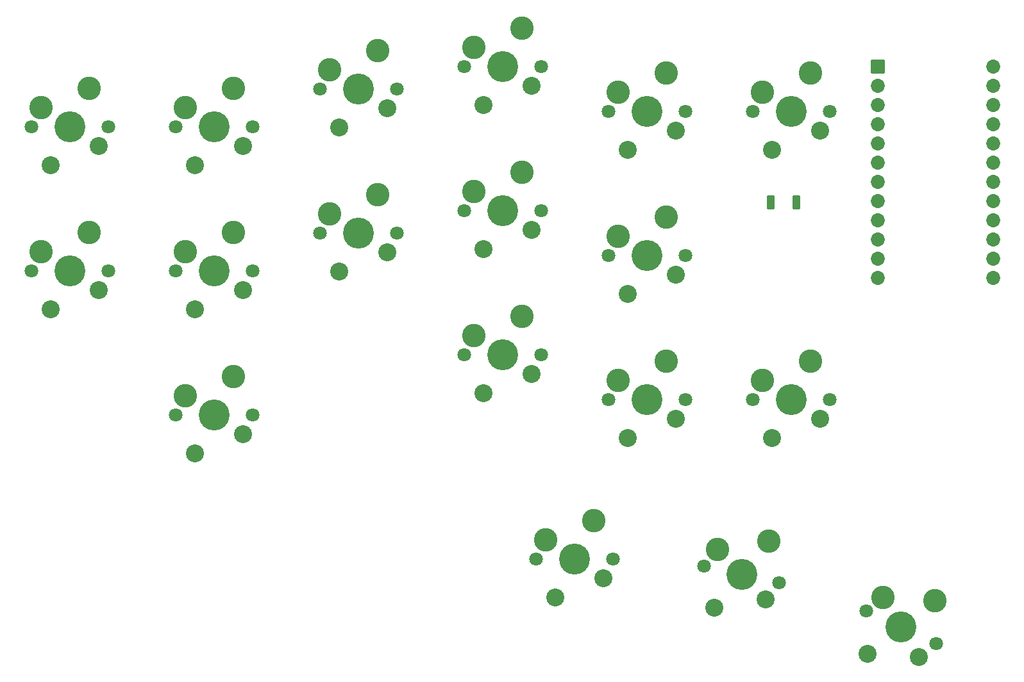
<source format=gbr>
%TF.GenerationSoftware,KiCad,Pcbnew,(6.0.8-1)-1*%
%TF.CreationDate,2023-01-29T19:27:54+03:00*%
%TF.ProjectId,lol,6c6f6c2e-6b69-4636-9164-5f7063625858,v1.0.0*%
%TF.SameCoordinates,Original*%
%TF.FileFunction,Soldermask,Top*%
%TF.FilePolarity,Negative*%
%FSLAX46Y46*%
G04 Gerber Fmt 4.6, Leading zero omitted, Abs format (unit mm)*
G04 Created by KiCad (PCBNEW (6.0.8-1)-1) date 2023-01-29 19:27:54*
%MOMM*%
%LPD*%
G01*
G04 APERTURE LIST*
G04 Aperture macros list*
%AMRoundRect*
0 Rectangle with rounded corners*
0 $1 Rounding radius*
0 $2 $3 $4 $5 $6 $7 $8 $9 X,Y pos of 4 corners*
0 Add a 4 corners polygon primitive as box body*
4,1,4,$2,$3,$4,$5,$6,$7,$8,$9,$2,$3,0*
0 Add four circle primitives for the rounded corners*
1,1,$1+$1,$2,$3*
1,1,$1+$1,$4,$5*
1,1,$1+$1,$6,$7*
1,1,$1+$1,$8,$9*
0 Add four rect primitives between the rounded corners*
20,1,$1+$1,$2,$3,$4,$5,0*
20,1,$1+$1,$4,$5,$6,$7,0*
20,1,$1+$1,$6,$7,$8,$9,0*
20,1,$1+$1,$8,$9,$2,$3,0*%
G04 Aperture macros list end*
%ADD10C,4.087800*%
%ADD11C,1.801800*%
%ADD12C,3.100000*%
%ADD13C,2.386000*%
%ADD14RoundRect,0.050000X-0.876300X0.876300X-0.876300X-0.876300X0.876300X-0.876300X0.876300X0.876300X0*%
%ADD15C,1.852600*%
%ADD16RoundRect,0.050000X-0.450000X-0.850000X0.450000X-0.850000X0.450000X0.850000X-0.450000X0.850000X0*%
G04 APERTURE END LIST*
D10*
%TO.C,S1*%
X19050000Y0D03*
D11*
X24130000Y0D03*
X13970000Y0D03*
D12*
X21590000Y5080000D03*
X15240000Y2540000D03*
%TD*%
D10*
%TO.C,S2*%
X19050000Y0D03*
D11*
X13970000Y0D03*
X24130000Y0D03*
D13*
X16510000Y-5080000D03*
X22860000Y-2540000D03*
%TD*%
D10*
%TO.C,S3*%
X19050000Y19050000D03*
D11*
X24130000Y19050000D03*
X13970000Y19050000D03*
D12*
X21590000Y24130000D03*
X15240000Y21590000D03*
%TD*%
D10*
%TO.C,S4*%
X19050000Y19050000D03*
D11*
X13970000Y19050000D03*
X24130000Y19050000D03*
D13*
X16510000Y13970000D03*
X22860000Y16510000D03*
%TD*%
D10*
%TO.C,S5*%
X38100000Y-19050000D03*
D11*
X43180000Y-19050000D03*
X33020000Y-19050000D03*
D12*
X40640000Y-13970000D03*
X34290000Y-16510000D03*
%TD*%
D10*
%TO.C,S6*%
X38100000Y-19050000D03*
D11*
X33020000Y-19050000D03*
X43180000Y-19050000D03*
D13*
X35560000Y-24130000D03*
X41910000Y-21590000D03*
%TD*%
D10*
%TO.C,S7*%
X38100000Y0D03*
D11*
X43180000Y0D03*
X33020000Y0D03*
D12*
X40640000Y5080000D03*
X34290000Y2540000D03*
%TD*%
D10*
%TO.C,S8*%
X38100000Y0D03*
D11*
X33020000Y0D03*
X43180000Y0D03*
D13*
X35560000Y-5080000D03*
X41910000Y-2540000D03*
%TD*%
D10*
%TO.C,S9*%
X38100000Y19050000D03*
D11*
X43180000Y19050000D03*
X33020000Y19050000D03*
D12*
X40640000Y24130000D03*
X34290000Y21590000D03*
%TD*%
D10*
%TO.C,S10*%
X38100000Y19050000D03*
D11*
X33020000Y19050000D03*
X43180000Y19050000D03*
D13*
X35560000Y13970000D03*
X41910000Y16510000D03*
%TD*%
D10*
%TO.C,S11*%
X57150000Y5000000D03*
D11*
X62230000Y5000000D03*
X52070000Y5000000D03*
D12*
X59690000Y10080000D03*
X53340000Y7540000D03*
%TD*%
D10*
%TO.C,S12*%
X57150000Y5000000D03*
D11*
X52070000Y5000000D03*
X62230000Y5000000D03*
D13*
X54610000Y-80000D03*
X60960000Y2460000D03*
%TD*%
D10*
%TO.C,S13*%
X57150000Y24050000D03*
D11*
X62230000Y24050000D03*
X52070000Y24050000D03*
D12*
X59690000Y29130000D03*
X53340000Y26590000D03*
%TD*%
D10*
%TO.C,S14*%
X57150000Y24050000D03*
D11*
X52070000Y24050000D03*
X62230000Y24050000D03*
D13*
X54610000Y18970000D03*
X60960000Y21510000D03*
%TD*%
D10*
%TO.C,S15*%
X76200000Y-11050000D03*
D11*
X81280000Y-11050000D03*
X71120000Y-11050000D03*
D12*
X78740000Y-5970000D03*
X72390000Y-8510000D03*
%TD*%
D10*
%TO.C,S16*%
X76200000Y-11050000D03*
D11*
X71120000Y-11050000D03*
X81280000Y-11050000D03*
D13*
X73660000Y-16130000D03*
X80010000Y-13590000D03*
%TD*%
D10*
%TO.C,S17*%
X76200000Y8000000D03*
D11*
X81280000Y8000000D03*
X71120000Y8000000D03*
D12*
X78740000Y13080000D03*
X72390000Y10540000D03*
%TD*%
D10*
%TO.C,S18*%
X76200000Y8000000D03*
D11*
X71120000Y8000000D03*
X81280000Y8000000D03*
D13*
X73660000Y2920000D03*
X80010000Y5460000D03*
%TD*%
D10*
%TO.C,S19*%
X76200000Y27050000D03*
D11*
X81280000Y27050000D03*
X71120000Y27050000D03*
D12*
X78740000Y32130000D03*
X72390000Y29590000D03*
%TD*%
D10*
%TO.C,S20*%
X76200000Y27050000D03*
D11*
X71120000Y27050000D03*
X81280000Y27050000D03*
D13*
X73660000Y21970000D03*
X80010000Y24510000D03*
%TD*%
D10*
%TO.C,S21*%
X95250000Y-17050000D03*
D11*
X100330000Y-17050000D03*
X90170000Y-17050000D03*
D12*
X97790000Y-11970000D03*
X91440000Y-14510000D03*
%TD*%
D10*
%TO.C,S22*%
X95250000Y-17050000D03*
D11*
X90170000Y-17050000D03*
X100330000Y-17050000D03*
D13*
X92710000Y-22130000D03*
X99060000Y-19590000D03*
%TD*%
D10*
%TO.C,S23*%
X95250000Y2000000D03*
D11*
X100330000Y2000000D03*
X90170000Y2000000D03*
D12*
X97790000Y7080000D03*
X91440000Y4540000D03*
%TD*%
D10*
%TO.C,S24*%
X95250000Y2000000D03*
D11*
X90170000Y2000000D03*
X100330000Y2000000D03*
D13*
X92710000Y-3080000D03*
X99060000Y-540000D03*
%TD*%
D10*
%TO.C,S25*%
X95250000Y21050000D03*
D11*
X100330000Y21050000D03*
X90170000Y21050000D03*
D12*
X97790000Y26130000D03*
X91440000Y23590000D03*
%TD*%
D10*
%TO.C,S26*%
X95250000Y21050000D03*
D11*
X90170000Y21050000D03*
X100330000Y21050000D03*
D13*
X92710000Y15970000D03*
X99060000Y18510000D03*
%TD*%
D10*
%TO.C,S27*%
X114300000Y-17050000D03*
D11*
X119380000Y-17050000D03*
X109220000Y-17050000D03*
D12*
X116840000Y-11970000D03*
X110490000Y-14510000D03*
%TD*%
D10*
%TO.C,S28*%
X114300000Y-17050000D03*
D11*
X109220000Y-17050000D03*
X119380000Y-17050000D03*
D13*
X111760000Y-22130000D03*
X118110000Y-19590000D03*
%TD*%
D10*
%TO.C,S29*%
X114300000Y21050000D03*
D11*
X119380000Y21050000D03*
X109220000Y21050000D03*
D12*
X116840000Y26130000D03*
X110490000Y23590000D03*
%TD*%
D10*
%TO.C,S30*%
X114300000Y21050000D03*
D11*
X109220000Y21050000D03*
X119380000Y21050000D03*
D13*
X111760000Y15970000D03*
X118110000Y18510000D03*
%TD*%
D10*
%TO.C,S31*%
X85725000Y-38100000D03*
D11*
X90805000Y-38100000D03*
X80645000Y-38100000D03*
D12*
X88265000Y-33020000D03*
X81915000Y-35560000D03*
%TD*%
D10*
%TO.C,S32*%
X85725000Y-38100000D03*
D11*
X80645000Y-38100000D03*
X90805000Y-38100000D03*
D13*
X83185000Y-43180000D03*
X89535000Y-40640000D03*
%TD*%
D10*
%TO.C,S33*%
X107775000Y-40100000D03*
D11*
X112734584Y-41199513D03*
X102815416Y-39000487D03*
D12*
X111354305Y-35690173D03*
X104605069Y-36795573D03*
%TD*%
D10*
%TO.C,S34*%
X107775000Y-40100000D03*
D11*
X102815416Y-39000487D03*
X112734584Y-41199513D03*
D13*
X104195695Y-44509827D03*
X110944931Y-43404427D03*
%TD*%
D10*
%TO.C,S35*%
X128825000Y-47100000D03*
D11*
X133429044Y-49246901D03*
X124220956Y-44953099D03*
D12*
X133273923Y-43569407D03*
X126445418Y-43187803D03*
%TD*%
D10*
%TO.C,S36*%
X128825000Y-47100000D03*
D11*
X124220956Y-44953099D03*
X133429044Y-49246901D03*
D13*
X124376077Y-50630593D03*
X131204582Y-51012197D03*
%TD*%
D14*
%TO.C,MCU1*%
X125730000Y27020000D03*
D15*
X125730000Y24480000D03*
X125730000Y21940000D03*
X125730000Y19400000D03*
X125730000Y16860000D03*
X125730000Y14320000D03*
X125730000Y11780000D03*
X125730000Y9240000D03*
X125730000Y6700000D03*
X125730000Y4160000D03*
X125730000Y1620000D03*
X125730000Y-920000D03*
X140970000Y27020000D03*
X140970000Y24480000D03*
X140970000Y21940000D03*
X140970000Y19400000D03*
X140970000Y16860000D03*
X140970000Y14320000D03*
X140970000Y11780000D03*
X140970000Y9240000D03*
X140970000Y6700000D03*
X140970000Y4160000D03*
X140970000Y1620000D03*
X140970000Y-920000D03*
%TD*%
D16*
%TO.C,*%
X115000000Y9050000D03*
X111600000Y9050000D03*
%TD*%
M02*

</source>
